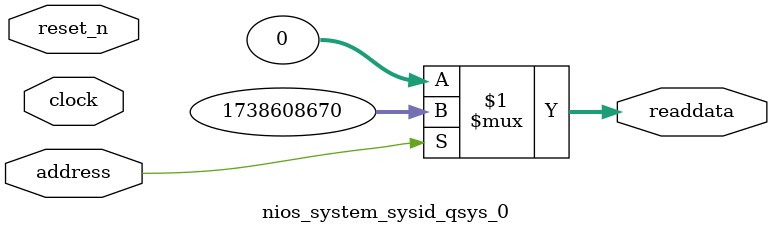
<source format=v>



// synthesis translate_off
`timescale 1ns / 1ps
// synthesis translate_on

// turn off superfluous verilog processor warnings 
// altera message_level Level1 
// altera message_off 10034 10035 10036 10037 10230 10240 10030 

module nios_system_sysid_qsys_0 (
               // inputs:
                address,
                clock,
                reset_n,

               // outputs:
                readdata
             )
;

  output  [ 31: 0] readdata;
  input            address;
  input            clock;
  input            reset_n;

  wire    [ 31: 0] readdata;
  //control_slave, which is an e_avalon_slave
  assign readdata = address ? 1738608670 : 0;

endmodule



</source>
